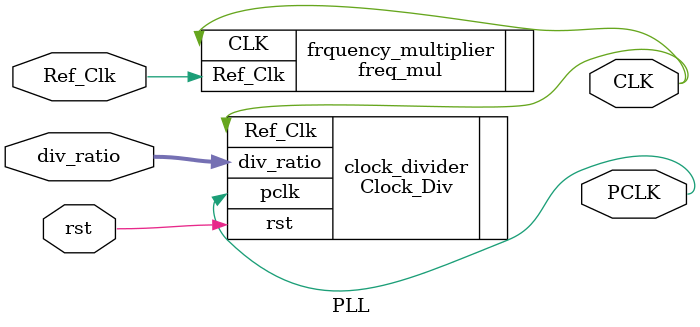
<source format=v>
module PLL(
			input Ref_Clk,
			input rst,
			input [7:0]div_ratio,
			output CLK,
			output PCLK
			);
freq_mul frquency_multiplier(
							.Ref_Clk(Ref_Clk),
							.CLK(CLK) // 5G
							);

Clock_Div clock_divider(
						.Ref_Clk(CLK), // 5G
						.rst(rst),
						.div_ratio(div_ratio),
						.pclk(PCLK)
						);
endmodule
</source>
